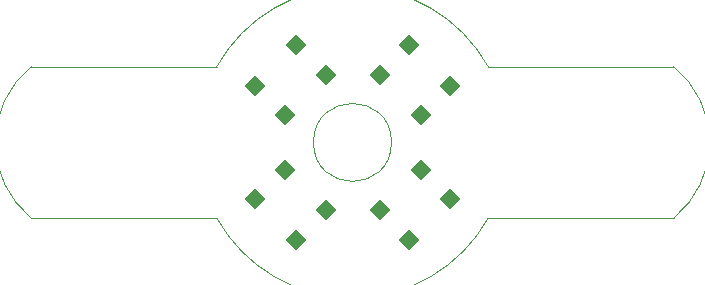
<source format=gtp>
%FSLAX25Y25*%
%MOIN*%
G70*
G01*
G75*
G04 Layer_Color=8421504*
%ADD10P,0.08352X4X360.0*%
%ADD11P,0.08352X4X90.0*%
%ADD12C,0.02500*%
%ADD13C,0.00100*%
%ADD14C,0.16500*%
%ADD15C,0.04000*%
G04:AMPARAMS|DCode=16|XSize=80mil|YSize=50mil|CornerRadius=0mil|HoleSize=0mil|Usage=FLASHONLY|Rotation=225.000|XOffset=0mil|YOffset=0mil|HoleType=Round|Shape=Rectangle|*
%AMROTATEDRECTD16*
4,1,4,0.01061,0.04596,0.04596,0.01061,-0.01061,-0.04596,-0.04596,-0.01061,0.01061,0.04596,0.0*
%
%ADD16ROTATEDRECTD16*%

G04:AMPARAMS|DCode=17|XSize=80mil|YSize=50mil|CornerRadius=0mil|HoleSize=0mil|Usage=FLASHONLY|Rotation=315.000|XOffset=0mil|YOffset=0mil|HoleType=Round|Shape=Rectangle|*
%AMROTATEDRECTD17*
4,1,4,-0.04596,0.01061,-0.01061,0.04596,0.04596,-0.01061,0.01061,-0.04596,-0.04596,0.01061,0.0*
%
%ADD17ROTATEDRECTD17*%

%ADD18R,0.12205X0.17716*%
%ADD19R,0.12205X0.17716*%
%ADD20C,0.01000*%
%ADD21P,0.06937X4X360.0*%
%ADD22P,0.06937X4X90.0*%
D13*
X645179Y525300D02*
G03*
X554721Y525300I-45229J-25250D01*
G01*
Y474800D02*
G03*
X645179Y474800I45229J25250D01*
G01*
X612950Y500050D02*
G03*
X612950Y500050I-13000J0D01*
G01*
X492888Y525300D02*
G03*
X492888Y474800I20462J-25250D01*
G01*
X707012D02*
G03*
X707012Y525300I-20462J25250D01*
G01*
X492888Y474800D02*
X554721D01*
X492888Y525300D02*
X554721D01*
X645179Y474800D02*
X707012D01*
X645179Y525300D02*
X707012D01*
D21*
X632392Y518751D02*
D03*
X622649Y509008D02*
D03*
X618751Y532392D02*
D03*
X609008Y522649D02*
D03*
X590992Y477351D02*
D03*
X581249Y467608D02*
D03*
X577351Y490992D02*
D03*
X567608Y481249D02*
D03*
D22*
X618751Y467608D02*
D03*
X609008Y477351D02*
D03*
X632392Y481249D02*
D03*
X622649Y490992D02*
D03*
X581249Y532392D02*
D03*
X590992Y522649D02*
D03*
X567608Y518751D02*
D03*
X577351Y509008D02*
D03*
M02*

</source>
